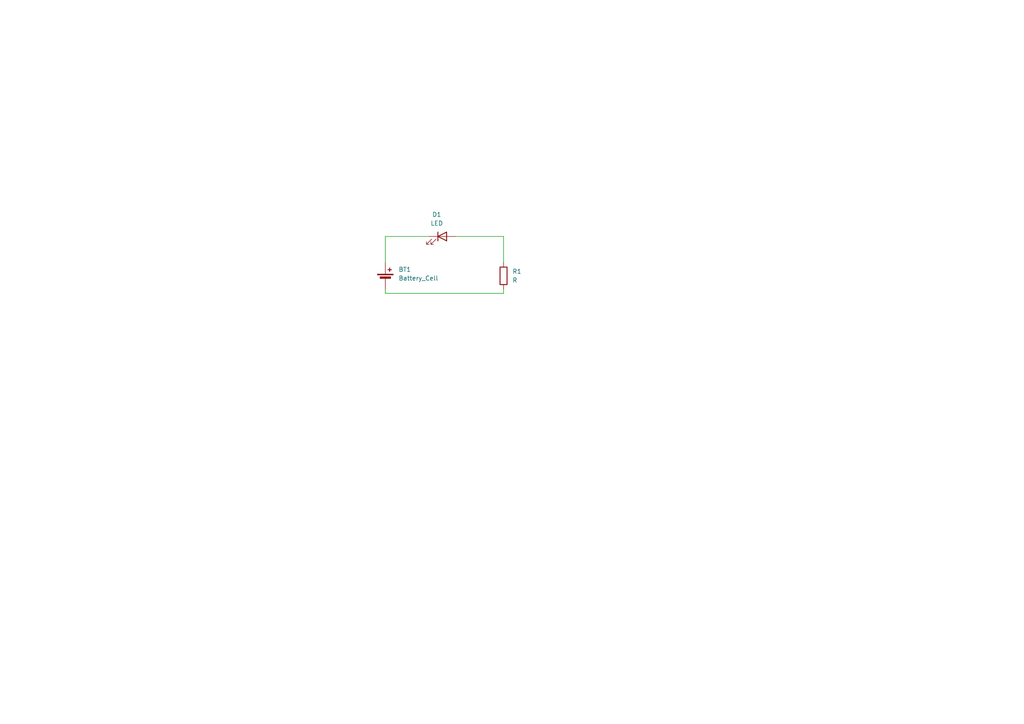
<source format=kicad_sch>
(kicad_sch (version 20250114) (generator "eeschema") (generator_version "9.0")
  (paper "A4")
  (lib_symbols
    (symbol "Device:Battery_Cell" (pin_numbers (hide yes)) (pin_names (offset 0) (hide yes))
      (property "Reference" "BT" (at 2.54 2.54 0))
      (property "Value" "Battery_Cell" (at 2.54 0 0))
      (symbol "Battery_Cell_0_1"
        (rectangle (start -2.286 1.778) (end 2.286 1.524) (fill (type outline)))
        (rectangle (start -1.524 1.016) (end 1.524 0.508) (fill (type outline)))
        (polyline (pts (xy 0 1.778) (xy 0 2.54)))
        (polyline (pts (xy 0 0.762) (xy 0 0)))
        (polyline (pts (xy 0.762 3.048) (xy 1.778 3.048)) (stroke (width 0.254)))
        (polyline (pts (xy 1.27 3.556) (xy 1.27 2.54)) (stroke (width 0.254)))
      )
      (symbol "Battery_Cell_1_1"
        (pin passive line (at 0 5.08 270) (length 2.54) (name "+") (number "1"))
        (pin passive line (at 0 -2.54 90) (length 2.54) (name "-") (number "2"))
      )
    )
    (symbol "Device:LED" (pin_numbers (hide yes)) (pin_names (offset 1.016) (hide yes))
      (property "Reference" "D" (at 0 2.54 0))
      (property "Value" "LED" (at 0 -2.54 0))
      (symbol "LED_0_1"
        (polyline (pts (xy -3.048 -0.762) (xy -4.572 -2.286) (xy -3.81 -2.286) (xy -4.572 -2.286) (xy -4.572 -1.524)))
        (polyline (pts (xy -1.778 -0.762) (xy -3.302 -2.286) (xy -2.54 -2.286) (xy -3.302 -2.286) (xy -3.302 -1.524)))
        (polyline (pts (xy -1.27 0) (xy 1.27 0)))
        (polyline (pts (xy -1.27 -1.27) (xy -1.27 1.27)) (stroke (width 0.254)))
        (polyline (pts (xy 1.27 -1.27) (xy 1.27 1.27) (xy -1.27 0) (xy 1.27 -1.27)) (stroke (width 0.254)))
      )
      (symbol "LED_1_1"
        (pin passive line (at -3.81 0 0) (length 2.54) (name "K") (number "1"))
        (pin passive line (at 3.81 0 180) (length 2.54) (name "A") (number "2"))
      )
    )
    (symbol "Device:R" (pin_numbers (hide yes)) (pin_names (offset 0))
      (property "Reference" "R" (at 2.032 0 90))
      (property "Value" "R" (at 0 0 90))
      (symbol "R_0_1"
        (rectangle (start -1.016 -2.54) (end 1.016 2.54) (stroke (width 0.254)))
      )
      (symbol "R_1_1"
        (pin passive line (at 0 3.81 270) (length 1.27) (name "~") (number "1"))
        (pin passive line (at 0 -3.81 90) (length 1.27) (name "~") (number "2"))
      )
    )
  )
  (wire (pts (xy 146.05 85.09) (xy 111.76 85.09)))
  (wire (pts (xy 111.76 76.2) (xy 111.76 68.58)))
  (wire (pts (xy 146.05 68.58) (xy 146.05 76.2)))
  (wire (pts (xy 132.08 68.58) (xy 146.05 68.58)))
  (wire (pts (xy 111.76 85.09) (xy 111.76 83.82)))
  (wire (pts (xy 111.76 68.58) (xy 124.46 68.58)))
  (wire (pts (xy 146.05 83.82) (xy 146.05 85.09)))
  (symbol (lib_id "Device:LED") (at 128.27 68.58 0) (unit 1)
    (property "Reference" "D1" (at 126.6825 62.23 0))
    (property "Value" "LED" (at 126.6825 64.77 0))
    (property "Description" "Light emitting diode" (effects (hide yes)))
    (property "Sim.Pins" "1=K 2=A" (effects (hide yes)))
  )
  (symbol (lib_id "Device:R") (at 146.05 80.01 0) (unit 1)
    (property "Reference" "R1" (at 148.59 78.7399 0) (effects (justify left)))
    (property "Value" "R" (at 148.59 81.2799 0) (effects (justify left)))
    (property "Description" "Resistor" (effects (hide yes)))
  )
  (symbol (lib_id "Device:Battery_Cell") (at 111.76 81.28 0) (unit 1)
    (property "Reference" "BT1" (at 115.57 78.1684 0) (effects (justify left)))
    (property "Value" "Battery_Cell" (at 115.57 80.7084 0) (effects (justify left)))
    (property "Description" "Single-cell battery" (effects (hide yes)))
  )
)
</source>
